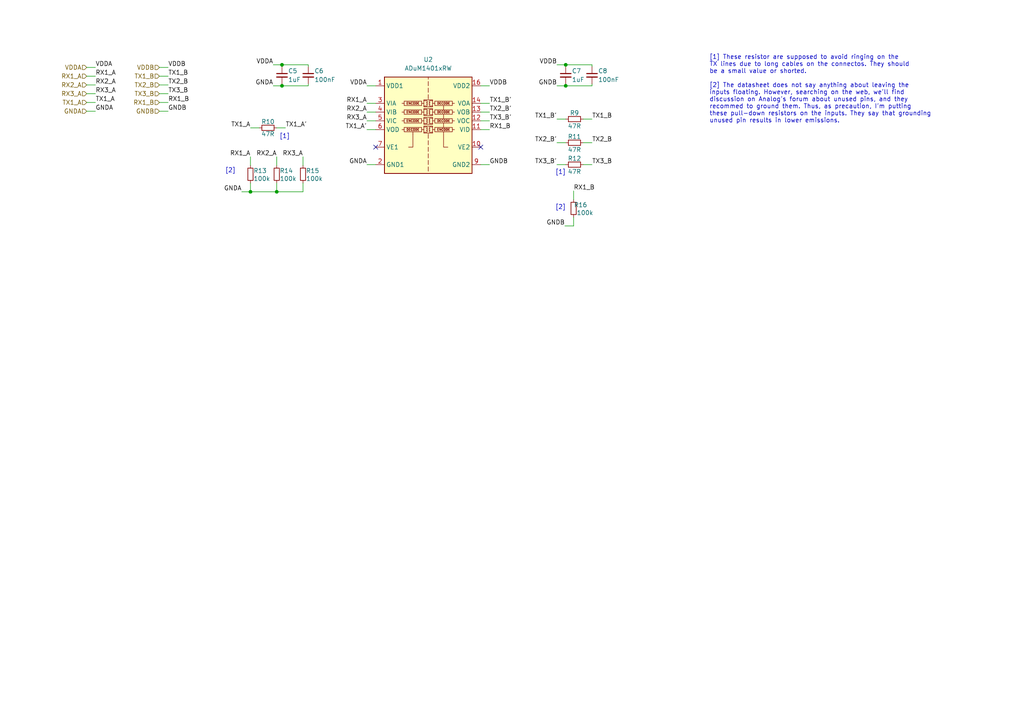
<source format=kicad_sch>
(kicad_sch (version 20211123) (generator eeschema)
  (paper "A4")
  (lib_symbols
    (symbol "Device:C_Small" (pin_numbers hide) (pin_names (offset 0.254) hide)
      (property "Reference" "C" (at 0.254 1.778 0))
      (property "Value" "C_Small" (at 0.254 -2.032 0))
      (symbol "C_Small_0_1"
        (polyline (pts (xy -1.524 -0.508) (xy 1.524 -0.508)) (stroke (width 0.3302)))
        (polyline (pts (xy -1.524 0.508) (xy 1.524 0.508)) (stroke (width 0.3048)))
      )
      (symbol "C_Small_1_1"
        (pin passive line (at 0 2.54 270) (length 2.032) (name "~") (number "1"))
        (pin passive line (at 0 -2.54 90) (length 2.032) (name "~") (number "2"))
      )
    )
    (symbol "Device:R_Small" (pin_numbers hide) (pin_names (offset 0.254) hide)
      (property "Reference" "R" (at 0.762 0.508 0))
      (property "Value" "R_Small" (at 0.762 -1.016 0))
      (symbol "R_Small_0_1"
        (rectangle (start -0.762 1.778) (end 0.762 -1.778) (stroke (width 0.2032)))
      )
      (symbol "R_Small_1_1"
        (pin passive line (at 0 2.54 270) (length 0.762) (name "~") (number "1"))
        (pin passive line (at 0 -2.54 90) (length 0.762) (name "~") (number "2"))
      )
    )
    (symbol "Isolator:ADuM1401xRW"
      (property "Reference" "U" (at 0 19.05 0))
      (property "Value" "ADuM1401xRW" (at 0 16.51 0))
      (symbol "ADuM1401xRW_0_0"
        (rectangle (start -1.905 0.635) (end -6.985 -0.635))
        (rectangle (start -1.27 1.016) (end 1.27 -1.016))
        (rectangle (start -1.27 3.556) (end 1.27 1.524))
        (rectangle (start -1.27 6.096) (end 1.27 4.064))
        (rectangle (start -1.27 8.636) (end 1.27 6.604))
        (arc (start -0.508 -0.762) (mid -0.254 -0.508) (end -0.508 -0.254))
        (arc (start -0.508 -0.254) (mid -0.254 0) (end -0.508 0.254))
        (arc (start -0.508 0.254) (mid -0.254 0.508) (end -0.508 0.762))
        (arc (start -0.508 1.778) (mid -0.254 2.032) (end -0.508 2.286))
        (arc (start -0.508 2.286) (mid -0.254 2.54) (end -0.508 2.794))
        (arc (start -0.508 2.794) (mid -0.254 3.048) (end -0.508 3.302))
        (arc (start -0.508 4.318) (mid -0.254 4.572) (end -0.508 4.826))
        (arc (start -0.508 4.826) (mid -0.254 5.08) (end -0.508 5.334))
        (arc (start -0.508 5.334) (mid -0.254 5.588) (end -0.508 5.842))
        (arc (start -0.508 6.858) (mid -0.254 7.112) (end -0.508 7.366))
        (arc (start -0.508 7.366) (mid -0.254 7.62) (end -0.508 7.874))
        (arc (start -0.508 7.874) (mid -0.254 8.128) (end -0.508 8.382))
        (polyline (pts (xy -6.985 0) (xy -7.62 0)))
        (polyline (pts (xy -6.985 2.54) (xy -7.62 2.54)))
        (polyline (pts (xy -6.985 5.08) (xy -7.62 5.08)))
        (polyline (pts (xy -6.985 7.62) (xy -7.62 7.62)))
        (polyline (pts (xy -4.445 -1.27) (xy -4.445 -0.635)))
        (polyline (pts (xy -1.905 0) (xy -1.27 0)))
        (polyline (pts (xy -1.905 2.54) (xy -1.27 2.54)))
        (polyline (pts (xy -1.905 5.08) (xy -1.27 5.08)))
        (polyline (pts (xy -1.905 7.62) (xy -1.27 7.62)))
        (polyline (pts (xy -1.27 -0.762) (xy -0.508 -0.762)))
        (polyline (pts (xy -1.27 0.762) (xy -0.508 0.762)))
        (polyline (pts (xy -1.27 1.778) (xy -0.508 1.778)))
        (polyline (pts (xy -1.27 3.302) (xy -0.508 3.302)))
        (polyline (pts (xy -1.27 4.318) (xy -0.508 4.318)))
        (polyline (pts (xy -1.27 5.842) (xy -0.508 5.842)))
        (polyline (pts (xy -1.27 6.858) (xy -0.508 6.858)))
        (polyline (pts (xy -1.27 8.382) (xy -0.508 8.382)))
        (polyline (pts (xy 0 -10.795) (xy 0 -12.065)))
        (polyline (pts (xy 0 -8.89) (xy 0 -10.16)))
        (polyline (pts (xy 0 -6.985) (xy 0 -8.255)))
        (polyline (pts (xy 0 -5.08) (xy 0 -6.35)))
        (polyline (pts (xy 0 -3.175) (xy 0 -4.445)))
        (polyline (pts (xy 0 -1.27) (xy 0 -2.54)))
        (polyline (pts (xy 0 8.89) (xy 0 10.16)))
        (polyline (pts (xy 0 10.795) (xy 0 12.065)))
        (polyline (pts (xy 0 12.7) (xy 0 13.97)))
        (polyline (pts (xy 0 15.24) (xy 0 14.605)))
        (polyline (pts (xy 1.27 -0.762) (xy 0.508 -0.762)))
        (polyline (pts (xy 1.27 0.762) (xy 0.508 0.762)))
        (polyline (pts (xy 1.27 1.778) (xy 0.508 1.778)))
        (polyline (pts (xy 1.27 3.302) (xy 0.508 3.302)))
        (polyline (pts (xy 1.27 4.318) (xy 0.508 4.318)))
        (polyline (pts (xy 1.27 5.842) (xy 0.508 5.842)))
        (polyline (pts (xy 1.27 6.858) (xy 0.508 6.858)))
        (polyline (pts (xy 1.27 8.382) (xy 0.508 8.382)))
        (polyline (pts (xy 1.905 0) (xy 1.27 0)))
        (polyline (pts (xy 1.905 2.54) (xy 1.27 2.54)))
        (polyline (pts (xy 1.905 5.08) (xy 1.27 5.08)))
        (polyline (pts (xy 1.905 7.62) (xy 1.27 7.62)))
        (polyline (pts (xy 4.445 0.635) (xy 4.445 1.905)))
        (polyline (pts (xy 4.445 3.175) (xy 4.445 4.445)))
        (polyline (pts (xy 4.445 5.715) (xy 4.445 6.985)))
        (polyline (pts (xy 6.985 0) (xy 7.62 0)))
        (polyline (pts (xy 6.985 2.54) (xy 7.62 2.54)))
        (polyline (pts (xy 6.985 5.08) (xy 7.62 5.08)))
        (polyline (pts (xy 6.985 7.62) (xy 7.62 7.62)))
        (polyline (pts (xy -4.445 -1.27) (xy -4.445 -5.08) (xy -5.715 -5.08)))
        (polyline (pts (xy 5.715 -5.08) (xy 4.445 -5.08) (xy 4.445 -0.635)))
        (arc (start 0.508 -0.254) (mid 0.254 -0.508) (end 0.508 -0.762))
        (arc (start 0.508 0.254) (mid 0.254 0) (end 0.508 -0.254))
        (arc (start 0.508 0.762) (mid 0.254 0.508) (end 0.508 0.254))
        (arc (start 0.508 2.286) (mid 0.254 2.032) (end 0.508 1.778))
        (arc (start 0.508 2.794) (mid 0.254 2.54) (end 0.508 2.286))
        (arc (start 0.508 3.302) (mid 0.254 3.048) (end 0.508 2.794))
        (arc (start 0.508 4.826) (mid 0.254 4.572) (end 0.508 4.318))
        (arc (start 0.508 5.334) (mid 0.254 5.08) (end 0.508 4.826))
        (arc (start 0.508 5.842) (mid 0.254 5.588) (end 0.508 5.334))
        (arc (start 0.508 7.366) (mid 0.254 7.112) (end 0.508 6.858))
        (arc (start 0.508 7.874) (mid 0.254 7.62) (end 0.508 7.366))
        (arc (start 0.508 8.382) (mid 0.254 8.128) (end 0.508 7.874))
        (rectangle (start 1.905 0.635) (end 6.985 -0.635))
        (rectangle (start 1.905 3.175) (end 6.985 1.905))
        (rectangle (start 1.905 5.715) (end 6.985 4.445))
        (rectangle (start 1.905 8.255) (end 6.985 6.985))
        (text "DECODE" (at -4.445 0 0) (effects (font (size 0.635 0.635))))
        (text "DECODE" (at 4.445 2.54 0) (effects (font (size 0.635 0.635))))
        (text "DECODE" (at 4.445 5.08 0) (effects (font (size 0.635 0.635))))
        (text "DECODE" (at 4.445 7.62 0) (effects (font (size 0.635 0.635))))
        (text "ENCODE" (at -4.445 2.54 0) (effects (font (size 0.635 0.635))))
        (text "ENCODE" (at -4.445 5.08 0) (effects (font (size 0.635 0.635))))
        (text "ENCODE" (at -4.445 7.62 0) (effects (font (size 0.635 0.635))))
        (text "ENCODE" (at 4.445 0 0) (effects (font (size 0.635 0.635))))
      )
      (symbol "ADuM1401xRW_0_1"
        (rectangle (start -12.7 15.24) (end 12.7 -12.7) (stroke (width 0.254)) (fill (type background)))
        (rectangle (start -1.905 3.175) (end -6.985 1.905))
        (rectangle (start -1.905 5.715) (end -6.985 4.445))
        (rectangle (start -1.905 8.255) (end -6.985 6.985))
      )
      (symbol "ADuM1401xRW_1_1"
        (pin power_in line (at -15.24 12.7 0) (length 2.54) (name "VDD1") (number "1"))
        (pin input line (at 15.24 -5.08 180) (length 2.54) (name "VE2") (number "10"))
        (pin input line (at 15.24 0 180) (length 2.54) (name "VID") (number "11"))
        (pin output line (at 15.24 2.54 180) (length 2.54) (name "VOC") (number "12"))
        (pin output line (at 15.24 5.08 180) (length 2.54) (name "VOB") (number "13"))
        (pin output line (at 15.24 7.62 180) (length 2.54) (name "VOA") (number "14"))
        (pin passive line (at 15.24 -10.16 180) (length 2.54) hide (name "GND2") (number "15"))
        (pin power_in line (at 15.24 12.7 180) (length 2.54) (name "VDD2") (number "16"))
        (pin power_in line (at -15.24 -10.16 0) (length 2.54) (name "GND1") (number "2"))
        (pin input line (at -15.24 7.62 0) (length 2.54) (name "VIA") (number "3"))
        (pin input line (at -15.24 5.08 0) (length 2.54) (name "VIB") (number "4"))
        (pin input line (at -15.24 2.54 0) (length 2.54) (name "VIC") (number "5"))
        (pin output line (at -15.24 0 0) (length 2.54) (name "VOD") (number "6"))
        (pin input line (at -15.24 -5.08 0) (length 2.54) (name "VE1") (number "7"))
        (pin passive line (at -15.24 -10.16 0) (length 2.54) hide (name "GND1") (number "8"))
        (pin power_in line (at 15.24 -10.16 180) (length 2.54) (name "GND2") (number "9"))
      )
    )
  )
  (junction (at 164.084 18.796))
  (junction (at 80.264 55.626))
  (junction (at 81.788 24.892))
  (junction (at 81.788 18.796))
  (junction (at 72.644 55.626))
  (junction (at 164.084 24.892))
  (no_connect (at 108.966 42.672))
  (no_connect (at 139.446 42.672))
  (wire (pts (xy 70.104 55.626) (xy 72.644 55.626)))
  (wire (pts (xy 161.544 24.892) (xy 164.084 24.892)))
  (wire (pts (xy 80.264 55.626) (xy 72.644 55.626)))
  (wire (pts (xy 79.248 24.892) (xy 81.788 24.892)))
  (wire (pts (xy 72.644 45.466) (xy 72.644 48.006)))
  (wire (pts (xy 25.146 24.638) (xy 27.686 24.638)))
  (wire (pts (xy 139.446 47.752) (xy 141.986 47.752)))
  (wire (pts (xy 25.146 27.178) (xy 27.686 27.178)))
  (wire (pts (xy 161.544 47.752) (xy 164.084 47.752)))
  (wire (pts (xy 80.264 37.084) (xy 82.804 37.084)))
  (wire (pts (xy 161.544 34.544) (xy 164.084 34.544)))
  (wire (pts (xy 46.228 24.638) (xy 48.768 24.638)))
  (wire (pts (xy 169.164 34.544) (xy 171.704 34.544)))
  (wire (pts (xy 46.228 32.258) (xy 48.768 32.258)))
  (wire (pts (xy 46.228 29.718) (xy 48.768 29.718)))
  (wire (pts (xy 25.146 32.258) (xy 27.686 32.258)))
  (wire (pts (xy 139.446 37.592) (xy 141.986 37.592)))
  (wire (pts (xy 89.408 19.304) (xy 89.408 18.796)))
  (wire (pts (xy 25.146 22.098) (xy 27.686 22.098)))
  (wire (pts (xy 171.704 24.892) (xy 164.084 24.892)))
  (wire (pts (xy 87.884 55.626) (xy 80.264 55.626)))
  (wire (pts (xy 166.37 65.532) (xy 166.37 62.992)))
  (wire (pts (xy 87.884 53.086) (xy 87.884 55.626)))
  (wire (pts (xy 80.264 53.086) (xy 80.264 55.626)))
  (wire (pts (xy 163.83 65.532) (xy 166.37 65.532)))
  (wire (pts (xy 164.084 24.384) (xy 164.084 24.892)))
  (wire (pts (xy 72.644 37.084) (xy 75.184 37.084)))
  (wire (pts (xy 164.084 18.796) (xy 164.084 19.304)))
  (wire (pts (xy 171.704 24.384) (xy 171.704 24.892)))
  (wire (pts (xy 106.426 24.892) (xy 108.966 24.892)))
  (wire (pts (xy 46.228 22.098) (xy 48.768 22.098)))
  (wire (pts (xy 139.446 24.892) (xy 141.986 24.892)))
  (wire (pts (xy 169.164 47.752) (xy 171.704 47.752)))
  (wire (pts (xy 106.426 37.592) (xy 108.966 37.592)))
  (wire (pts (xy 161.544 41.402) (xy 164.084 41.402)))
  (wire (pts (xy 72.644 55.626) (xy 72.644 53.086)))
  (wire (pts (xy 166.37 55.372) (xy 166.37 57.912)))
  (wire (pts (xy 81.788 18.796) (xy 81.788 19.304)))
  (wire (pts (xy 106.426 47.752) (xy 108.966 47.752)))
  (wire (pts (xy 171.704 18.796) (xy 164.084 18.796)))
  (wire (pts (xy 161.544 18.796) (xy 164.084 18.796)))
  (wire (pts (xy 25.146 29.718) (xy 27.686 29.718)))
  (wire (pts (xy 81.788 24.384) (xy 81.788 24.892)))
  (wire (pts (xy 25.146 19.558) (xy 27.686 19.558)))
  (wire (pts (xy 80.264 45.466) (xy 80.264 48.006)))
  (wire (pts (xy 139.446 29.972) (xy 141.986 29.972)))
  (wire (pts (xy 46.228 19.558) (xy 48.768 19.558)))
  (wire (pts (xy 89.408 24.892) (xy 81.788 24.892)))
  (wire (pts (xy 106.426 32.512) (xy 108.966 32.512)))
  (wire (pts (xy 46.228 27.178) (xy 48.768 27.178)))
  (wire (pts (xy 89.408 18.796) (xy 81.788 18.796)))
  (wire (pts (xy 139.446 35.052) (xy 141.986 35.052)))
  (wire (pts (xy 171.704 19.304) (xy 171.704 18.796)))
  (wire (pts (xy 106.426 35.052) (xy 108.966 35.052)))
  (wire (pts (xy 89.408 24.384) (xy 89.408 24.892)))
  (wire (pts (xy 87.884 45.466) (xy 87.884 48.006)))
  (wire (pts (xy 79.248 18.796) (xy 81.788 18.796)))
  (wire (pts (xy 169.164 41.402) (xy 171.704 41.402)))
  (wire (pts (xy 139.446 32.512) (xy 141.986 32.512)))
  (wire (pts (xy 106.426 29.972) (xy 108.966 29.972)))
  (text "[2]" (at 65.278 50.292 0) (effects (font (size 1.27 1.27)) (justify left bottom)))
  (text "[1]" (at 161.036 50.8 0) (effects (font (size 1.27 1.27)) (justify left bottom)))
  (text "[2]" (at 161.036 60.96 0) (effects (font (size 1.27 1.27)) (justify left bottom)))
  (text "[1]" (at 81.026 40.386 0) (effects (font (size 1.27 1.27)) (justify left bottom)))
  (text "[1] These resistor are supposed to avoid ringing on the\nTX lines due to long cables on the connectos. They should \nbe a small value or shorted.\n\n[2] The datasheet does not say anything about leaving the\ninputs floating. However, searching on the web, we'll find\ndiscussion on Analog's forum about unused pins, and they \nrecommed to ground them. Thus, as precaution, I'm putting\nthese pull-down resistors on the inputs. They say that grounding\nunused pin results in lower emissions." (at 205.74 35.814 0) (effects (font (size 1.27 1.27)) (justify left bottom)))
  (label "RX1_A" (at 106.426 29.972 180))
  (label "TX2_B'" (at 141.986 32.512 0))
  (label "GNDA" (at 70.104 55.626 180))
  (label "RX1_B" (at 141.986 37.592 0))
  (label "GNDB" (at 48.768 32.258 0))
  (label "RX3_A" (at 27.686 27.178 0))
  (label "GNDA" (at 27.686 32.258 0))
  (label "RX2_A" (at 106.426 32.512 180))
  (label "TX3_B" (at 171.704 47.752 0))
  (label "TX1_A" (at 72.644 37.084 180))
  (label "TX2_B" (at 48.768 24.638 0))
  (label "GNDB" (at 163.83 65.532 180))
  (label "TX2_B'" (at 161.544 41.402 180))
  (label "TX1_B'" (at 161.544 34.544 180))
  (label "GNDA" (at 79.248 24.892 180))
  (label "GNDB" (at 141.986 47.752 0))
  (label "VDDB" (at 141.986 24.892 0))
  (label "RX1_A" (at 27.686 22.098 0))
  (label "TX1_A" (at 27.686 29.718 0))
  (label "GNDA" (at 106.426 47.752 180))
  (label "GNDB" (at 161.544 24.892 180))
  (label "RX2_A" (at 80.264 45.466 180))
  (label "VDDA" (at 106.426 24.892 180))
  (label "RX2_A" (at 27.686 24.638 0))
  (label "TX2_B" (at 171.704 41.402 0))
  (label "RX3_A" (at 106.426 35.052 180))
  (label "TX1_B" (at 171.704 34.544 0))
  (label "TX3_B" (at 48.768 27.178 0))
  (label "RX1_A" (at 72.644 45.466 180))
  (label "VDDA" (at 27.686 19.558 0))
  (label "VDDA" (at 79.248 18.796 180))
  (label "RX1_B" (at 48.768 29.718 0))
  (label "TX1_A'" (at 82.804 37.084 0))
  (label "TX3_B'" (at 141.986 35.052 0))
  (label "VDDB" (at 48.768 19.558 0))
  (label "RX1_B" (at 166.37 55.372 0))
  (label "TX1_B" (at 48.768 22.098 0))
  (label "TX3_B'" (at 161.544 47.752 180))
  (label "TX1_A'" (at 106.426 37.592 180))
  (label "TX1_B'" (at 141.986 29.972 0))
  (label "RX3_A" (at 87.884 45.466 180))
  (label "VDDB" (at 161.544 18.796 180))
  (hierarchical_label "RX3_A" (shape input) (at 25.146 27.178 180))
  (hierarchical_label "VDDB" (shape input) (at 46.228 19.558 180))
  (hierarchical_label "TX1_A" (shape input) (at 25.146 29.718 180))
  (hierarchical_label "TX2_B" (shape input) (at 46.228 24.638 180))
  (hierarchical_label "RX1_B" (shape input) (at 46.228 29.718 180))
  (hierarchical_label "VDDA" (shape input) (at 25.146 19.558 180))
  (hierarchical_label "GNDA" (shape input) (at 25.146 32.258 180))
  (hierarchical_label "TX3_B" (shape input) (at 46.228 27.178 180))
  (hierarchical_label "RX2_A" (shape input) (at 25.146 24.638 180))
  (hierarchical_label "TX1_B" (shape input) (at 46.228 22.098 180))
  (hierarchical_label "RX1_A" (shape input) (at 25.146 22.098 180))
  (hierarchical_label "GNDB" (shape input) (at 46.228 32.258 180))
  (symbol (lib_id "Device:C_Small") (at 81.788 21.844 0) (unit 1)
    (property "Reference" "C5" (at 83.566 20.574 0) (effects (justify left)))
    (property "Value" "1uF" (at 83.566 23.114 0) (effects (justify left)))
    (property "Footprint" "Capacitor_SMD:C_0805_2012Metric_Pad1.18x1.45mm_HandSolder" (effects hide))
  )
  (symbol (lib_id "Device:C_Small") (at 164.084 21.844 0) (unit 1)
    (property "Reference" "C7" (at 165.862 20.574 0) (effects (justify left)))
    (property "Value" "1uF" (at 165.862 23.114 0) (effects (justify left)))
    (property "Footprint" "Capacitor_SMD:C_0805_2012Metric_Pad1.18x1.45mm_HandSolder" (effects hide))
  )
  (symbol (lib_id "Device:R_Small") (at 166.624 34.544 90) (unit 1)
    (property "Reference" "R9" (at 166.624 32.766 90))
    (property "Value" "47R" (at 166.624 36.576 90))
    (property "Footprint" "Resistor_SMD:R_0805_2012Metric_Pad1.20x1.40mm_HandSolder" (effects hide))
  )
  (symbol (lib_id "Isolator:ADuM1401xRW") (at 124.206 37.592 0) (unit 1)
    (property "Reference" "U2" (at 124.206 17.272 0))
    (property "Value" "ADuM1401xRW" (at 124.206 19.812 0))
    (property "Footprint" "Package_SO:SOIC-16W_7.5x10.3mm_P1.27mm" (effects hide))
    (property "Datasheet" "https://www.analog.com/media/en/technical-documentation/data-sheets/ADUM1400_1401_1402.pdf" (effects hide))
  )
  (symbol (lib_id "Device:R_Small") (at 72.644 50.546 0) (unit 1)
    (property "Reference" "R13" (at 75.438 49.53 0))
    (property "Value" "100k" (at 75.946 51.816 0))
    (property "Footprint" "Resistor_SMD:R_0805_2012Metric_Pad1.20x1.40mm_HandSolder" (effects hide))
  )
  (symbol (lib_id "Device:R_Small") (at 77.724 37.084 270) (unit 1)
    (property "Reference" "R10" (at 77.724 35.306 90))
    (property "Value" "47R" (at 77.724 38.862 90))
    (property "Footprint" "Resistor_SMD:R_0805_2012Metric_Pad1.20x1.40mm_HandSolder" (effects hide))
  )
  (symbol (lib_id "Device:R_Small") (at 80.264 50.546 0) (unit 1)
    (property "Reference" "R14" (at 83.058 49.53 0))
    (property "Value" "100k" (at 83.566 51.816 0))
    (property "Footprint" "Resistor_SMD:R_0805_2012Metric_Pad1.20x1.40mm_HandSolder" (effects hide))
  )
  (symbol (lib_id "Device:R_Small") (at 87.884 50.546 0) (unit 1)
    (property "Reference" "R15" (at 90.678 49.53 0))
    (property "Value" "100k" (at 91.186 51.816 0))
    (property "Footprint" "Resistor_SMD:R_0805_2012Metric_Pad1.20x1.40mm_HandSolder" (effects hide))
  )
  (symbol (lib_id "Device:C_Small") (at 171.704 21.844 0) (unit 1)
    (property "Reference" "C8" (at 173.482 20.574 0) (effects (justify left)))
    (property "Value" "100nF" (at 173.482 23.114 0) (effects (justify left)))
    (property "Footprint" "Capacitor_SMD:C_0805_2012Metric_Pad1.18x1.45mm_HandSolder" (effects hide))
  )
  (symbol (lib_id "Device:R_Small") (at 166.624 47.752 90) (unit 1)
    (property "Reference" "R12" (at 166.624 45.974 90))
    (property "Value" "47R" (at 166.624 49.784 90))
    (property "Footprint" "Resistor_SMD:R_0805_2012Metric_Pad1.20x1.40mm_HandSolder" (effects hide))
  )
  (symbol (lib_id "Device:R_Small") (at 166.624 41.402 90) (unit 1)
    (property "Reference" "R11" (at 166.624 39.624 90))
    (property "Value" "47R" (at 166.624 43.434 90))
    (property "Footprint" "Resistor_SMD:R_0805_2012Metric_Pad1.20x1.40mm_HandSolder" (effects hide))
  )
  (symbol (lib_id "Device:C_Small") (at 89.408 21.844 0) (unit 1)
    (property "Reference" "C6" (at 91.186 20.574 0) (effects (justify left)))
    (property "Value" "100nF" (at 91.186 23.114 0) (effects (justify left)))
    (property "Footprint" "Capacitor_SMD:C_0805_2012Metric_Pad1.18x1.45mm_HandSolder" (effects hide))
  )
  (symbol (lib_id "Device:R_Small") (at 166.37 60.452 0) (unit 1)
    (property "Reference" "R16" (at 168.402 59.436 0))
    (property "Value" "100k" (at 169.672 61.722 0))
    (property "Footprint" "Resistor_SMD:R_0805_2012Metric_Pad1.20x1.40mm_HandSolder" (effects hide))
  )
)
</source>
